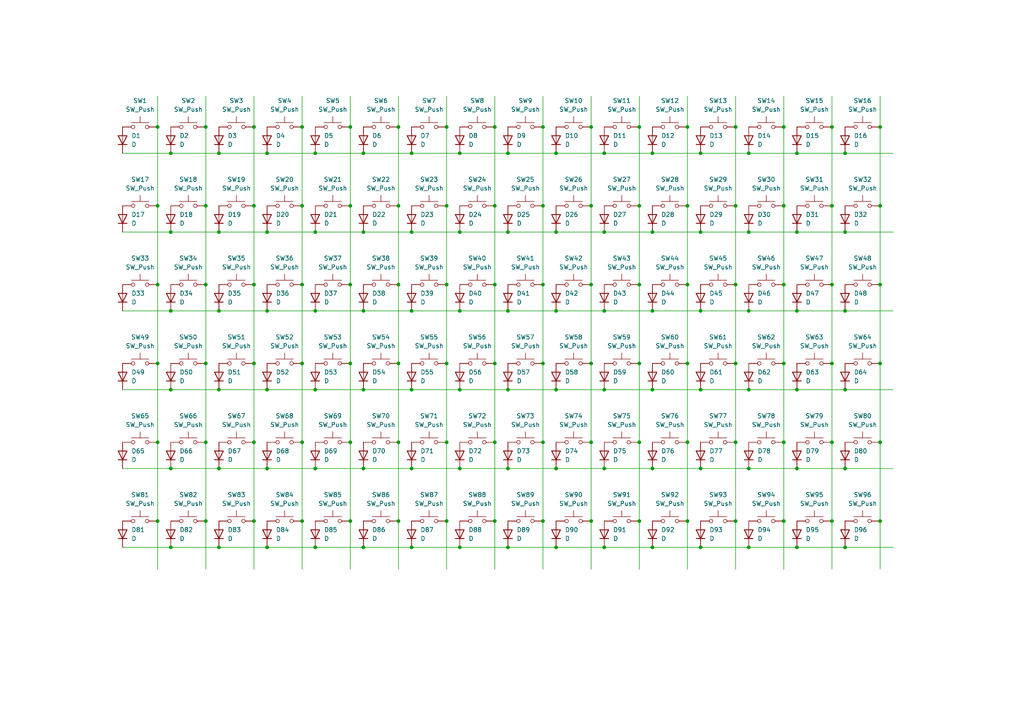
<source format=kicad_sch>
(kicad_sch (version 20231120) (generator "eeschema") (generator_version "8.0")
  (paper "A4")
  (junction (at 143.51 128.27))
  (junction (at 91.44 135.89))
  (junction (at 241.3 59.69))
  (junction (at 147.32 44.45))
  (junction (at 161.29 113.03))
  (junction (at 59.69 151.13))
  (junction (at 161.29 135.89))
  (junction (at 73.66 105.41))
  (junction (at 171.45 128.27))
  (junction (at 199.39 151.13))
  (junction (at 231.14 135.89))
  (junction (at 227.33 36.83))
  (junction (at 217.17 90.17))
  (junction (at 129.54 36.83))
  (junction (at 199.39 36.83))
  (junction (at 59.69 82.55))
  (junction (at 245.11 135.89))
  (junction (at 119.38 44.45))
  (junction (at 101.6 151.13))
  (junction (at 189.23 67.31))
  (junction (at 203.2 135.89))
  (junction (at 73.66 82.55))
  (junction (at 143.51 82.55))
  (junction (at 45.72 82.55))
  (junction (at 91.44 90.17))
  (junction (at 175.26 90.17))
  (junction (at 59.69 36.83))
  (junction (at 49.53 90.17))
  (junction (at 185.42 128.27))
  (junction (at 161.29 158.75))
  (junction (at 189.23 44.45))
  (junction (at 143.51 105.41))
  (junction (at 189.23 90.17))
  (junction (at 105.41 113.03))
  (junction (at 129.54 151.13))
  (junction (at 231.14 158.75))
  (junction (at 217.17 135.89))
  (junction (at 255.27 105.41))
  (junction (at 45.72 36.83))
  (junction (at 241.3 82.55))
  (junction (at 105.41 158.75))
  (junction (at 185.42 151.13))
  (junction (at 185.42 59.69))
  (junction (at 119.38 90.17))
  (junction (at 255.27 59.69))
  (junction (at 227.33 82.55))
  (junction (at 231.14 67.31))
  (junction (at 77.47 158.75))
  (junction (at 115.57 105.41))
  (junction (at 161.29 67.31))
  (junction (at 77.47 135.89))
  (junction (at 143.51 36.83))
  (junction (at 115.57 82.55))
  (junction (at 213.36 59.69))
  (junction (at 133.35 113.03))
  (junction (at 49.53 158.75))
  (junction (at 115.57 128.27))
  (junction (at 133.35 135.89))
  (junction (at 87.63 151.13))
  (junction (at 175.26 158.75))
  (junction (at 119.38 135.89))
  (junction (at 227.33 59.69))
  (junction (at 213.36 105.41))
  (junction (at 157.48 82.55))
  (junction (at 185.42 36.83))
  (junction (at 161.29 44.45))
  (junction (at 189.23 135.89))
  (junction (at 189.23 113.03))
  (junction (at 101.6 128.27))
  (junction (at 171.45 59.69))
  (junction (at 49.53 135.89))
  (junction (at 245.11 113.03))
  (junction (at 63.5 90.17))
  (junction (at 115.57 151.13))
  (junction (at 147.32 158.75))
  (junction (at 77.47 90.17))
  (junction (at 73.66 59.69))
  (junction (at 255.27 36.83))
  (junction (at 63.5 67.31))
  (junction (at 245.11 67.31))
  (junction (at 63.5 158.75))
  (junction (at 203.2 67.31))
  (junction (at 49.53 44.45))
  (junction (at 119.38 158.75))
  (junction (at 105.41 44.45))
  (junction (at 213.36 128.27))
  (junction (at 175.26 135.89))
  (junction (at 87.63 128.27))
  (junction (at 105.41 90.17))
  (junction (at 45.72 59.69))
  (junction (at 203.2 158.75))
  (junction (at 147.32 67.31))
  (junction (at 227.33 151.13))
  (junction (at 45.72 105.41))
  (junction (at 115.57 59.69))
  (junction (at 255.27 128.27))
  (junction (at 77.47 67.31))
  (junction (at 45.72 128.27))
  (junction (at 175.26 113.03))
  (junction (at 91.44 158.75))
  (junction (at 133.35 90.17))
  (junction (at 63.5 135.89))
  (junction (at 241.3 36.83))
  (junction (at 157.48 128.27))
  (junction (at 129.54 105.41))
  (junction (at 217.17 113.03))
  (junction (at 129.54 82.55))
  (junction (at 91.44 44.45))
  (junction (at 49.53 113.03))
  (junction (at 241.3 128.27))
  (junction (at 59.69 128.27))
  (junction (at 203.2 44.45))
  (junction (at 129.54 59.69))
  (junction (at 199.39 82.55))
  (junction (at 227.33 105.41))
  (junction (at 241.3 151.13))
  (junction (at 175.26 44.45))
  (junction (at 63.5 44.45))
  (junction (at 91.44 67.31))
  (junction (at 49.53 67.31))
  (junction (at 101.6 36.83))
  (junction (at 143.51 151.13))
  (junction (at 231.14 90.17))
  (junction (at 241.3 105.41))
  (junction (at 147.32 90.17))
  (junction (at 105.41 67.31))
  (junction (at 143.51 59.69))
  (junction (at 147.32 135.89))
  (junction (at 157.48 151.13))
  (junction (at 105.41 135.89))
  (junction (at 213.36 151.13))
  (junction (at 77.47 113.03))
  (junction (at 217.17 44.45))
  (junction (at 171.45 36.83))
  (junction (at 171.45 82.55))
  (junction (at 189.23 158.75))
  (junction (at 185.42 82.55))
  (junction (at 175.26 67.31))
  (junction (at 203.2 90.17))
  (junction (at 217.17 67.31))
  (junction (at 171.45 105.41))
  (junction (at 87.63 59.69))
  (junction (at 101.6 105.41))
  (junction (at 59.69 59.69))
  (junction (at 59.69 105.41))
  (junction (at 63.5 113.03))
  (junction (at 245.11 90.17))
  (junction (at 185.42 105.41))
  (junction (at 157.48 105.41))
  (junction (at 199.39 105.41))
  (junction (at 255.27 151.13))
  (junction (at 73.66 36.83))
  (junction (at 73.66 128.27))
  (junction (at 227.33 128.27))
  (junction (at 101.6 59.69))
  (junction (at 77.47 44.45))
  (junction (at 133.35 44.45))
  (junction (at 199.39 128.27))
  (junction (at 245.11 44.45))
  (junction (at 45.72 151.13))
  (junction (at 147.32 113.03))
  (junction (at 231.14 113.03))
  (junction (at 213.36 82.55))
  (junction (at 231.14 44.45))
  (junction (at 87.63 105.41))
  (junction (at 217.17 158.75))
  (junction (at 87.63 36.83))
  (junction (at 101.6 82.55))
  (junction (at 199.39 59.69))
  (junction (at 119.38 67.31))
  (junction (at 129.54 128.27))
  (junction (at 171.45 151.13))
  (junction (at 119.38 113.03))
  (junction (at 133.35 158.75))
  (junction (at 133.35 67.31))
  (junction (at 161.29 90.17))
  (junction (at 245.11 158.75))
  (junction (at 203.2 113.03))
  (junction (at 213.36 36.83))
  (junction (at 115.57 36.83))
  (junction (at 91.44 113.03))
  (junction (at 157.48 36.83))
  (junction (at 255.27 82.55))
  (junction (at 73.66 151.13))
  (junction (at 157.48 59.69))
  (junction (at 87.63 82.55))
  (wire (pts (xy 105.41 135.89) (xy 119.38 135.89)))
  (wire (pts (xy 245.11 158.75) (xy 259.08 158.75)))
  (wire (pts (xy 143.51 36.83) (xy 143.51 59.69)))
  (wire (pts (xy 143.51 151.13) (xy 143.51 165.1)))
  (wire (pts (xy 203.2 90.17) (xy 217.17 90.17)))
  (wire (pts (xy 203.2 44.45) (xy 217.17 44.45)))
  (wire (pts (xy 35.56 90.17) (xy 49.53 90.17)))
  (wire (pts (xy 129.54 82.55) (xy 129.54 105.41)))
  (wire (pts (xy 185.42 59.69) (xy 185.42 82.55)))
  (wire (pts (xy 185.42 105.41) (xy 185.42 128.27)))
  (wire (pts (xy 119.38 44.45) (xy 133.35 44.45)))
  (wire (pts (xy 241.3 36.83) (xy 241.3 59.69)))
  (wire (pts (xy 241.3 128.27) (xy 241.3 151.13)))
  (wire (pts (xy 45.72 128.27) (xy 45.72 151.13)))
  (wire (pts (xy 35.56 158.75) (xy 49.53 158.75)))
  (wire (pts (xy 59.69 82.55) (xy 59.69 105.41)))
  (wire (pts (xy 59.69 36.83) (xy 59.69 59.69)))
  (wire (pts (xy 245.11 135.89) (xy 259.08 135.89)))
  (wire (pts (xy 217.17 67.31) (xy 231.14 67.31)))
  (wire (pts (xy 91.44 67.31) (xy 105.41 67.31)))
  (wire (pts (xy 73.66 36.83) (xy 73.66 59.69)))
  (wire (pts (xy 227.33 36.83) (xy 227.33 59.69)))
  (wire (pts (xy 133.35 158.75) (xy 147.32 158.75)))
  (wire (pts (xy 199.39 27.94) (xy 199.39 36.83)))
  (wire (pts (xy 59.69 59.69) (xy 59.69 82.55)))
  (wire (pts (xy 87.63 151.13) (xy 87.63 165.1)))
  (wire (pts (xy 217.17 113.03) (xy 231.14 113.03)))
  (wire (pts (xy 161.29 67.31) (xy 175.26 67.31)))
  (wire (pts (xy 143.51 27.94) (xy 143.51 36.83)))
  (wire (pts (xy 77.47 135.89) (xy 91.44 135.89)))
  (wire (pts (xy 63.5 44.45) (xy 77.47 44.45)))
  (wire (pts (xy 101.6 82.55) (xy 101.6 105.41)))
  (wire (pts (xy 91.44 44.45) (xy 105.41 44.45)))
  (wire (pts (xy 101.6 128.27) (xy 101.6 151.13)))
  (wire (pts (xy 35.56 135.89) (xy 49.53 135.89)))
  (wire (pts (xy 101.6 105.41) (xy 101.6 128.27)))
  (wire (pts (xy 245.11 67.31) (xy 259.08 67.31)))
  (wire (pts (xy 143.51 59.69) (xy 143.51 82.55)))
  (wire (pts (xy 213.36 105.41) (xy 213.36 128.27)))
  (wire (pts (xy 157.48 128.27) (xy 157.48 151.13)))
  (wire (pts (xy 203.2 67.31) (xy 217.17 67.31)))
  (wire (pts (xy 245.11 90.17) (xy 259.08 90.17)))
  (wire (pts (xy 171.45 59.69) (xy 171.45 82.55)))
  (wire (pts (xy 77.47 158.75) (xy 91.44 158.75)))
  (wire (pts (xy 77.47 44.45) (xy 91.44 44.45)))
  (wire (pts (xy 115.57 36.83) (xy 115.57 59.69)))
  (wire (pts (xy 105.41 67.31) (xy 119.38 67.31)))
  (wire (pts (xy 227.33 151.13) (xy 227.33 165.1)))
  (wire (pts (xy 147.32 113.03) (xy 161.29 113.03)))
  (wire (pts (xy 87.63 128.27) (xy 87.63 151.13)))
  (wire (pts (xy 241.3 59.69) (xy 241.3 82.55)))
  (wire (pts (xy 73.66 105.41) (xy 73.66 128.27)))
  (wire (pts (xy 91.44 135.89) (xy 105.41 135.89)))
  (wire (pts (xy 161.29 158.75) (xy 175.26 158.75)))
  (wire (pts (xy 157.48 59.69) (xy 157.48 82.55)))
  (wire (pts (xy 147.32 158.75) (xy 161.29 158.75)))
  (wire (pts (xy 45.72 105.41) (xy 45.72 128.27)))
  (wire (pts (xy 213.36 82.55) (xy 213.36 105.41)))
  (wire (pts (xy 227.33 82.55) (xy 227.33 105.41)))
  (wire (pts (xy 73.66 82.55) (xy 73.66 105.41)))
  (wire (pts (xy 101.6 27.94) (xy 101.6 36.83)))
  (wire (pts (xy 101.6 59.69) (xy 101.6 82.55)))
  (wire (pts (xy 245.11 113.03) (xy 259.08 113.03)))
  (wire (pts (xy 241.3 105.41) (xy 241.3 128.27)))
  (wire (pts (xy 227.33 59.69) (xy 227.33 82.55)))
  (wire (pts (xy 175.26 158.75) (xy 189.23 158.75)))
  (wire (pts (xy 255.27 82.55) (xy 255.27 105.41)))
  (wire (pts (xy 147.32 67.31) (xy 161.29 67.31)))
  (wire (pts (xy 147.32 135.89) (xy 161.29 135.89)))
  (wire (pts (xy 189.23 135.89) (xy 203.2 135.89)))
  (wire (pts (xy 119.38 135.89) (xy 133.35 135.89)))
  (wire (pts (xy 189.23 67.31) (xy 203.2 67.31)))
  (wire (pts (xy 255.27 36.83) (xy 255.27 59.69)))
  (wire (pts (xy 49.53 135.89) (xy 63.5 135.89)))
  (wire (pts (xy 189.23 113.03) (xy 203.2 113.03)))
  (wire (pts (xy 45.72 82.55) (xy 45.72 105.41)))
  (wire (pts (xy 241.3 27.94) (xy 241.3 36.83)))
  (wire (pts (xy 133.35 67.31) (xy 147.32 67.31)))
  (wire (pts (xy 87.63 59.69) (xy 87.63 82.55)))
  (wire (pts (xy 87.63 36.83) (xy 87.63 59.69)))
  (wire (pts (xy 203.2 135.89) (xy 217.17 135.89)))
  (wire (pts (xy 115.57 105.41) (xy 115.57 128.27)))
  (wire (pts (xy 185.42 82.55) (xy 185.42 105.41)))
  (wire (pts (xy 105.41 90.17) (xy 119.38 90.17)))
  (wire (pts (xy 213.36 128.27) (xy 213.36 151.13)))
  (wire (pts (xy 231.14 113.03) (xy 245.11 113.03)))
  (wire (pts (xy 199.39 82.55) (xy 199.39 105.41)))
  (wire (pts (xy 119.38 158.75) (xy 133.35 158.75)))
  (wire (pts (xy 45.72 59.69) (xy 45.72 82.55)))
  (wire (pts (xy 231.14 67.31) (xy 245.11 67.31)))
  (wire (pts (xy 119.38 67.31) (xy 133.35 67.31)))
  (wire (pts (xy 157.48 36.83) (xy 157.48 59.69)))
  (wire (pts (xy 213.36 36.83) (xy 213.36 59.69)))
  (wire (pts (xy 175.26 113.03) (xy 189.23 113.03)))
  (wire (pts (xy 49.53 158.75) (xy 63.5 158.75)))
  (wire (pts (xy 199.39 151.13) (xy 199.39 165.1)))
  (wire (pts (xy 147.32 90.17) (xy 161.29 90.17)))
  (wire (pts (xy 161.29 113.03) (xy 175.26 113.03)))
  (wire (pts (xy 231.14 44.45) (xy 245.11 44.45)))
  (wire (pts (xy 119.38 113.03) (xy 133.35 113.03)))
  (wire (pts (xy 115.57 128.27) (xy 115.57 151.13)))
  (wire (pts (xy 217.17 158.75) (xy 231.14 158.75)))
  (wire (pts (xy 213.36 151.13) (xy 213.36 165.1)))
  (wire (pts (xy 203.2 113.03) (xy 217.17 113.03)))
  (wire (pts (xy 189.23 90.17) (xy 203.2 90.17)))
  (wire (pts (xy 255.27 27.94) (xy 255.27 36.83)))
  (wire (pts (xy 49.53 113.03) (xy 63.5 113.03)))
  (wire (pts (xy 129.54 105.41) (xy 129.54 128.27)))
  (wire (pts (xy 189.23 158.75) (xy 203.2 158.75)))
  (wire (pts (xy 73.66 59.69) (xy 73.66 82.55)))
  (wire (pts (xy 143.51 128.27) (xy 143.51 151.13)))
  (wire (pts (xy 147.32 44.45) (xy 161.29 44.45)))
  (wire (pts (xy 115.57 27.94) (xy 115.57 36.83)))
  (wire (pts (xy 227.33 128.27) (xy 227.33 151.13)))
  (wire (pts (xy 227.33 105.41) (xy 227.33 128.27)))
  (wire (pts (xy 63.5 158.75) (xy 77.47 158.75)))
  (wire (pts (xy 133.35 90.17) (xy 147.32 90.17)))
  (wire (pts (xy 73.66 27.94) (xy 73.66 36.83)))
  (wire (pts (xy 87.63 27.94) (xy 87.63 36.83)))
  (wire (pts (xy 59.69 128.27) (xy 59.69 151.13)))
  (wire (pts (xy 49.53 67.31) (xy 63.5 67.31)))
  (wire (pts (xy 213.36 59.69) (xy 213.36 82.55)))
  (wire (pts (xy 217.17 44.45) (xy 231.14 44.45)))
  (wire (pts (xy 255.27 59.69) (xy 255.27 82.55)))
  (wire (pts (xy 241.3 82.55) (xy 241.3 105.41)))
  (wire (pts (xy 245.11 44.45) (xy 259.08 44.45)))
  (wire (pts (xy 143.51 82.55) (xy 143.51 105.41)))
  (wire (pts (xy 101.6 151.13) (xy 101.6 165.1)))
  (wire (pts (xy 115.57 82.55) (xy 115.57 105.41)))
  (wire (pts (xy 171.45 27.94) (xy 171.45 36.83)))
  (wire (pts (xy 199.39 59.69) (xy 199.39 82.55)))
  (wire (pts (xy 129.54 59.69) (xy 129.54 82.55)))
  (wire (pts (xy 133.35 44.45) (xy 147.32 44.45)))
  (wire (pts (xy 255.27 128.27) (xy 255.27 151.13)))
  (wire (pts (xy 63.5 113.03) (xy 77.47 113.03)))
  (wire (pts (xy 175.26 90.17) (xy 189.23 90.17)))
  (wire (pts (xy 255.27 105.41) (xy 255.27 128.27)))
  (wire (pts (xy 129.54 36.83) (xy 129.54 59.69)))
  (wire (pts (xy 59.69 151.13) (xy 59.69 165.1)))
  (wire (pts (xy 133.35 135.89) (xy 147.32 135.89)))
  (wire (pts (xy 73.66 128.27) (xy 73.66 151.13)))
  (wire (pts (xy 63.5 90.17) (xy 77.47 90.17)))
  (wire (pts (xy 213.36 27.94) (xy 213.36 36.83)))
  (wire (pts (xy 77.47 67.31) (xy 91.44 67.31)))
  (wire (pts (xy 49.53 90.17) (xy 63.5 90.17)))
  (wire (pts (xy 77.47 113.03) (xy 91.44 113.03)))
  (wire (pts (xy 45.72 36.83) (xy 45.72 59.69)))
  (wire (pts (xy 161.29 135.89) (xy 175.26 135.89)))
  (wire (pts (xy 175.26 67.31) (xy 189.23 67.31)))
  (wire (pts (xy 255.27 151.13) (xy 255.27 165.1)))
  (wire (pts (xy 59.69 27.94) (xy 59.69 36.83)))
  (wire (pts (xy 161.29 90.17) (xy 175.26 90.17)))
  (wire (pts (xy 63.5 135.89) (xy 77.47 135.89)))
  (wire (pts (xy 45.72 151.13) (xy 45.72 165.1)))
  (wire (pts (xy 157.48 27.94) (xy 157.48 36.83)))
  (wire (pts (xy 73.66 151.13) (xy 73.66 165.1)))
  (wire (pts (xy 59.69 105.41) (xy 59.69 128.27)))
  (wire (pts (xy 115.57 59.69) (xy 115.57 82.55)))
  (wire (pts (xy 185.42 36.83) (xy 185.42 59.69)))
  (wire (pts (xy 157.48 105.41) (xy 157.48 128.27)))
  (wire (pts (xy 227.33 27.94) (xy 227.33 36.83)))
  (wire (pts (xy 175.26 135.89) (xy 189.23 135.89)))
  (wire (pts (xy 101.6 36.83) (xy 101.6 59.69)))
  (wire (pts (xy 175.26 44.45) (xy 189.23 44.45)))
  (wire (pts (xy 171.45 82.55) (xy 171.45 105.41)))
  (wire (pts (xy 199.39 128.27) (xy 199.39 151.13)))
  (wire (pts (xy 77.47 90.17) (xy 91.44 90.17)))
  (wire (pts (xy 133.35 113.03) (xy 147.32 113.03)))
  (wire (pts (xy 199.39 105.41) (xy 199.39 128.27)))
  (wire (pts (xy 217.17 90.17) (xy 231.14 90.17)))
  (wire (pts (xy 63.5 67.31) (xy 77.47 67.31)))
  (wire (pts (xy 91.44 90.17) (xy 105.41 90.17)))
  (wire (pts (xy 129.54 27.94) (xy 129.54 36.83)))
  (wire (pts (xy 185.42 151.13) (xy 185.42 165.1)))
  (wire (pts (xy 171.45 36.83) (xy 171.45 59.69)))
  (wire (pts (xy 171.45 128.27) (xy 171.45 151.13)))
  (wire (pts (xy 105.41 113.03) (xy 119.38 113.03)))
  (wire (pts (xy 143.51 105.41) (xy 143.51 128.27)))
  (wire (pts (xy 129.54 151.13) (xy 129.54 165.1)))
  (wire (pts (xy 45.72 27.94) (xy 45.72 36.83)))
  (wire (pts (xy 105.41 158.75) (xy 119.38 158.75)))
  (wire (pts (xy 91.44 158.75) (xy 105.41 158.75)))
  (wire (pts (xy 171.45 151.13) (xy 171.45 165.1)))
  (wire (pts (xy 217.17 135.89) (xy 231.14 135.89)))
  (wire (pts (xy 241.3 151.13) (xy 241.3 165.1)))
  (wire (pts (xy 91.44 113.03) (xy 105.41 113.03)))
  (wire (pts (xy 87.63 82.55) (xy 87.63 105.41)))
  (wire (pts (xy 115.57 151.13) (xy 115.57 165.1)))
  (wire (pts (xy 119.38 90.17) (xy 133.35 90.17)))
  (wire (pts (xy 35.56 67.31) (xy 49.53 67.31)))
  (wire (pts (xy 185.42 128.27) (xy 185.42 151.13)))
  (wire (pts (xy 157.48 151.13) (xy 157.48 165.1)))
  (wire (pts (xy 231.14 158.75) (xy 245.11 158.75)))
  (wire (pts (xy 129.54 128.27) (xy 129.54 151.13)))
  (wire (pts (xy 35.56 113.03) (xy 49.53 113.03)))
  (wire (pts (xy 203.2 158.75) (xy 217.17 158.75)))
  (wire (pts (xy 199.39 36.83) (xy 199.39 59.69)))
  (wire (pts (xy 231.14 90.17) (xy 245.11 90.17)))
  (wire (pts (xy 105.41 44.45) (xy 119.38 44.45)))
  (wire (pts (xy 35.56 44.45) (xy 49.53 44.45)))
  (wire (pts (xy 87.63 105.41) (xy 87.63 128.27)))
  (wire (pts (xy 49.53 44.45) (xy 63.5 44.45)))
  (wire (pts (xy 161.29 44.45) (xy 175.26 44.45)))
  (wire (pts (xy 189.23 44.45) (xy 203.2 44.45)))
  (wire (pts (xy 171.45 105.41) (xy 171.45 128.27)))
  (wire (pts (xy 157.48 82.55) (xy 157.48 105.41)))
  (wire (pts (xy 231.14 135.89) (xy 245.11 135.89)))
  (wire (pts (xy 185.42 27.94) (xy 185.42 36.83)))
  (symbol (lib_id "Switch:SW_Push") (at 250.19 36.83 0) (unit 1)
    (property "Reference" "SW16" (at 250.19 29.21 0))
    (property "Value" "SW_Push" (at 250.19 31.75 0))
    (property "Description" "Push button switch, generic, two pins" (effects (hide yes)))
  )
  (symbol (lib_id "Switch:SW_Push") (at 54.61 128.27 0) (unit 1)
    (property "Reference" "SW66" (at 54.61 120.65 0))
    (property "Value" "SW_Push" (at 54.61 123.19 0))
    (property "Description" "Push button switch, generic, two pins" (effects (hide yes)))
  )
  (symbol (lib_id "Switch:SW_Push") (at 124.46 105.41 0) (unit 1)
    (property "Reference" "SW55" (at 124.46 97.79 0))
    (property "Value" "SW_Push" (at 124.46 100.33 0))
    (property "Description" "Push button switch, generic, two pins" (effects (hide yes)))
  )
  (symbol (lib_id "Switch:SW_Push") (at 222.25 59.69 0) (unit 1)
    (property "Reference" "SW30" (at 222.25 52.07 0))
    (property "Value" "SW_Push" (at 222.25 54.61 0))
    (property "Description" "Push button switch, generic, two pins" (effects (hide yes)))
  )
  (symbol (lib_id "Switch:SW_Push") (at 250.19 82.55 0) (unit 1)
    (property "Reference" "SW48" (at 250.19 74.93 0))
    (property "Value" "SW_Push" (at 250.19 77.47 0))
    (property "Description" "Push button switch, generic, two pins" (effects (hide yes)))
  )
  (symbol (lib_id "Switch:SW_Push") (at 152.4 151.13 0) (unit 1)
    (property "Reference" "SW89" (at 152.4 143.51 0))
    (property "Value" "SW_Push" (at 152.4 146.05 0))
    (property "Description" "Push button switch, generic, two pins" (effects (hide yes)))
  )
  (symbol (lib_id "Device:D") (at 49.53 86.36 90) (unit 1)
    (property "Reference" "D34" (at 52.07 85.0899 90) (effects (justify right)))
    (property "Value" "D" (at 52.07 87.6299 90) (effects (justify right)))
    (property "Description" "Diode" (effects (hide yes)))
    (property "Sim.Device" "D" (effects (hide yes)))
    (property "Sim.Pins" "1=K 2=A" (effects (hide yes)))
  )
  (symbol (lib_id "Device:D") (at 35.56 132.08 90) (unit 1)
    (property "Reference" "D65" (at 38.1 130.8099 90) (effects (justify right)))
    (property "Value" "D" (at 38.1 133.3499 90) (effects (justify right)))
    (property "Description" "Diode" (effects (hide yes)))
    (property "Sim.Device" "D" (effects (hide yes)))
    (property "Sim.Pins" "1=K 2=A" (effects (hide yes)))
  )
  (symbol (lib_id "Switch:SW_Push") (at 236.22 105.41 0) (unit 1)
    (property "Reference" "SW63" (at 236.22 97.79 0))
    (property "Value" "SW_Push" (at 236.22 100.33 0))
    (property "Description" "Push button switch, generic, two pins" (effects (hide yes)))
  )
  (symbol (lib_id "Device:D") (at 175.26 132.08 90) (unit 1)
    (property "Reference" "D75" (at 177.8 130.8099 90) (effects (justify right)))
    (property "Value" "D" (at 177.8 133.3499 90) (effects (justify right)))
    (property "Description" "Diode" (effects (hide yes)))
    (property "Sim.Device" "D" (effects (hide yes)))
    (property "Sim.Pins" "1=K 2=A" (effects (hide yes)))
  )
  (symbol (lib_id "Device:D") (at 161.29 40.64 90) (unit 1)
    (property "Reference" "D10" (at 163.83 39.3699 90) (effects (justify right)))
    (property "Value" "D" (at 163.83 41.9099 90) (effects (justify right)))
    (property "Description" "Diode" (effects (hide yes)))
    (property "Sim.Device" "D" (effects (hide yes)))
    (property "Sim.Pins" "1=K 2=A" (effects (hide yes)))
  )
  (symbol (lib_id "Switch:SW_Push") (at 236.22 151.13 0) (unit 1)
    (property "Reference" "SW95" (at 236.22 143.51 0))
    (property "Value" "SW_Push" (at 236.22 146.05 0))
    (property "Description" "Push button switch, generic, two pins" (effects (hide yes)))
  )
  (symbol (lib_id "Device:D") (at 175.26 154.94 90) (unit 1)
    (property "Reference" "D91" (at 177.8 153.6699 90) (effects (justify right)))
    (property "Value" "D" (at 177.8 156.2099 90) (effects (justify right)))
    (property "Description" "Diode" (effects (hide yes)))
    (property "Sim.Device" "D" (effects (hide yes)))
    (property "Sim.Pins" "1=K 2=A" (effects (hide yes)))
  )
  (symbol (lib_id "Device:D") (at 35.56 63.5 90) (unit 1)
    (property "Reference" "D17" (at 38.1 62.2299 90) (effects (justify right)))
    (property "Value" "D" (at 38.1 64.7699 90) (effects (justify right)))
    (property "Description" "Diode" (effects (hide yes)))
    (property "Sim.Device" "D" (effects (hide yes)))
    (property "Sim.Pins" "1=K 2=A" (effects (hide yes)))
  )
  (symbol (lib_id "Switch:SW_Push") (at 124.46 59.69 0) (unit 1)
    (property "Reference" "SW23" (at 124.46 52.07 0))
    (property "Value" "SW_Push" (at 124.46 54.61 0))
    (property "Description" "Push button switch, generic, two pins" (effects (hide yes)))
  )
  (symbol (lib_id "Switch:SW_Push") (at 68.58 82.55 0) (unit 1)
    (property "Reference" "SW35" (at 68.58 74.93 0))
    (property "Value" "SW_Push" (at 68.58 77.47 0))
    (property "Description" "Push button switch, generic, two pins" (effects (hide yes)))
  )
  (symbol (lib_id "Device:D") (at 203.2 40.64 90) (unit 1)
    (property "Reference" "D13" (at 205.74 39.3699 90) (effects (justify right)))
    (property "Value" "D" (at 205.74 41.9099 90) (effects (justify right)))
    (property "Description" "Diode" (effects (hide yes)))
    (property "Sim.Device" "D" (effects (hide yes)))
    (property "Sim.Pins" "1=K 2=A" (effects (hide yes)))
  )
  (symbol (lib_id "Device:D") (at 63.5 86.36 90) (unit 1)
    (property "Reference" "D35" (at 66.04 85.0899 90) (effects (justify right)))
    (property "Value" "D" (at 66.04 87.6299 90) (effects (justify right)))
    (property "Description" "Diode" (effects (hide yes)))
    (property "Sim.Device" "D" (effects (hide yes)))
    (property "Sim.Pins" "1=K 2=A" (effects (hide yes)))
  )
  (symbol (lib_id "Device:D") (at 231.14 109.22 90) (unit 1)
    (property "Reference" "D63" (at 233.68 107.9499 90) (effects (justify right)))
    (property "Value" "D" (at 233.68 110.4899 90) (effects (justify right)))
    (property "Description" "Diode" (effects (hide yes)))
    (property "Sim.Device" "D" (effects (hide yes)))
    (property "Sim.Pins" "1=K 2=A" (effects (hide yes)))
  )
  (symbol (lib_id "Device:D") (at 133.35 40.64 90) (unit 1)
    (property "Reference" "D8" (at 135.89 39.3699 90) (effects (justify right)))
    (property "Value" "D" (at 135.89 41.9099 90) (effects (justify right)))
    (property "Description" "Diode" (effects (hide yes)))
    (property "Sim.Device" "D" (effects (hide yes)))
    (property "Sim.Pins" "1=K 2=A" (effects (hide yes)))
  )
  (symbol (lib_id "Device:D") (at 175.26 40.64 90) (unit 1)
    (property "Reference" "D11" (at 177.8 39.3699 90) (effects (justify right)))
    (property "Value" "D" (at 177.8 41.9099 90) (effects (justify right)))
    (property "Description" "Diode" (effects (hide yes)))
    (property "Sim.Device" "D" (effects (hide yes)))
    (property "Sim.Pins" "1=K 2=A" (effects (hide yes)))
  )
  (symbol (lib_id "Device:D") (at 119.38 132.08 90) (unit 1)
    (property "Reference" "D71" (at 121.92 130.8099 90) (effects (justify right)))
    (property "Value" "D" (at 121.92 133.3499 90) (effects (justify right)))
    (property "Description" "Diode" (effects (hide yes)))
    (property "Sim.Device" "D" (effects (hide yes)))
    (property "Sim.Pins" "1=K 2=A" (effects (hide yes)))
  )
  (symbol (lib_id "Switch:SW_Push") (at 124.46 151.13 0) (unit 1)
    (property "Reference" "SW87" (at 124.46 143.51 0))
    (property "Value" "SW_Push" (at 124.46 146.05 0))
    (property "Description" "Push button switch, generic, two pins" (effects (hide yes)))
  )
  (symbol (lib_id "Switch:SW_Push") (at 222.25 128.27 0) (unit 1)
    (property "Reference" "SW78" (at 222.25 120.65 0))
    (property "Value" "SW_Push" (at 222.25 123.19 0))
    (property "Description" "Push button switch, generic, two pins" (effects (hide yes)))
  )
  (symbol (lib_id "Device:D") (at 77.47 132.08 90) (unit 1)
    (property "Reference" "D68" (at 80.01 130.8099 90) (effects (justify right)))
    (property "Value" "D" (at 80.01 133.3499 90) (effects (justify right)))
    (property "Description" "Diode" (effects (hide yes)))
    (property "Sim.Device" "D" (effects (hide yes)))
    (property "Sim.Pins" "1=K 2=A" (effects (hide yes)))
  )
  (symbol (lib_id "Device:D") (at 119.38 63.5 90) (unit 1)
    (property "Reference" "D23" (at 121.92 62.2299 90) (effects (justify right)))
    (property "Value" "D" (at 121.92 64.7699 90) (effects (justify right)))
    (property "Description" "Diode" (effects (hide yes)))
    (property "Sim.Device" "D" (effects (hide yes)))
    (property "Sim.Pins" "1=K 2=A" (effects (hide yes)))
  )
  (symbol (lib_id "Device:D") (at 245.11 40.64 90) (unit 1)
    (property "Reference" "D16" (at 247.65 39.3699 90) (effects (justify right)))
    (property "Value" "D" (at 247.65 41.9099 90) (effects (justify right)))
    (property "Description" "Diode" (effects (hide yes)))
    (property "Sim.Device" "D" (effects (hide yes)))
    (property "Sim.Pins" "1=K 2=A" (effects (hide yes)))
  )
  (symbol (lib_id "Device:D") (at 147.32 154.94 90) (unit 1)
    (property "Reference" "D89" (at 149.86 153.6699 90) (effects (justify right)))
    (property "Value" "D" (at 149.86 156.2099 90) (effects (justify right)))
    (property "Description" "Diode" (effects (hide yes)))
    (property "Sim.Device" "D" (effects (hide yes)))
    (property "Sim.Pins" "1=K 2=A" (effects (hide yes)))
  )
  (symbol (lib_id "Switch:SW_Push") (at 180.34 82.55 0) (unit 1)
    (property "Reference" "SW43" (at 180.34 74.93 0))
    (property "Value" "SW_Push" (at 180.34 77.47 0))
    (property "Description" "Push button switch, generic, two pins" (effects (hide yes)))
  )
  (symbol (lib_id "Switch:SW_Push") (at 124.46 128.27 0) (unit 1)
    (property "Reference" "SW71" (at 124.46 120.65 0))
    (property "Value" "SW_Push" (at 124.46 123.19 0))
    (property "Description" "Push button switch, generic, two pins" (effects (hide yes)))
  )
  (symbol (lib_id "Device:D") (at 105.41 154.94 90) (unit 1)
    (property "Reference" "D86" (at 107.95 153.6699 90) (effects (justify right)))
    (property "Value" "D" (at 107.95 156.2099 90) (effects (justify right)))
    (property "Description" "Diode" (effects (hide yes)))
    (property "Sim.Device" "D" (effects (hide yes)))
    (property "Sim.Pins" "1=K 2=A" (effects (hide yes)))
  )
  (symbol (lib_id "Device:D") (at 91.44 63.5 90) (unit 1)
    (property "Reference" "D21" (at 93.98 62.2299 90) (effects (justify right)))
    (property "Value" "D" (at 93.98 64.7699 90) (effects (justify right)))
    (property "Description" "Diode" (effects (hide yes)))
    (property "Sim.Device" "D" (effects (hide yes)))
    (property "Sim.Pins" "1=K 2=A" (effects (hide yes)))
  )
  (symbol (lib_id "Device:D") (at 133.35 109.22 90) (unit 1)
    (property "Reference" "D56" (at 135.89 107.9499 90) (effects (justify right)))
    (property "Value" "D" (at 135.89 110.4899 90) (effects (justify right)))
    (property "Description" "Diode" (effects (hide yes)))
    (property "Sim.Device" "D" (effects (hide yes)))
    (property "Sim.Pins" "1=K 2=A" (effects (hide yes)))
  )
  (symbol (lib_id "Switch:SW_Push") (at 236.22 82.55 0) (unit 1)
    (property "Reference" "SW47" (at 236.22 74.93 0))
    (property "Value" "SW_Push" (at 236.22 77.47 0))
    (property "Description" "Push button switch, generic, two pins" (effects (hide yes)))
  )
  (symbol (lib_id "Device:D") (at 49.53 109.22 90) (unit 1)
    (property "Reference" "D50" (at 52.07 107.9499 90) (effects (justify right)))
    (property "Value" "D" (at 52.07 110.4899 90) (effects (justify right)))
    (property "Description" "Diode" (effects (hide yes)))
    (property "Sim.Device" "D" (effects (hide yes)))
    (property "Sim.Pins" "1=K 2=A" (effects (hide yes)))
  )
  (symbol (lib_id "Switch:SW_Push") (at 110.49 36.83 0) (unit 1)
    (property "Reference" "SW6" (at 110.49 29.21 0))
    (property "Value" "SW_Push" (at 110.49 31.75 0))
    (property "Description" "Push button switch, generic, two pins" (effects (hide yes)))
  )
  (symbol (lib_id "Device:D") (at 189.23 40.64 90) (unit 1)
    (property "Reference" "D12" (at 191.77 39.3699 90) (effects (justify right)))
    (property "Value" "D" (at 191.77 41.9099 90) (effects (justify right)))
    (property "Description" "Diode" (effects (hide yes)))
    (property "Sim.Device" "D" (effects (hide yes)))
    (property "Sim.Pins" "1=K 2=A" (effects (hide yes)))
  )
  (symbol (lib_id "Switch:SW_Push") (at 54.61 36.83 0) (unit 1)
    (property "Reference" "SW2" (at 54.61 29.21 0))
    (property "Value" "SW_Push" (at 54.61 31.75 0))
    (property "Description" "Push button switch, generic, two pins" (effects (hide yes)))
  )
  (symbol (lib_id "Device:D") (at 49.53 154.94 90) (unit 1)
    (property "Reference" "D82" (at 52.07 153.6699 90) (effects (justify right)))
    (property "Value" "D" (at 52.07 156.2099 90) (effects (justify right)))
    (property "Description" "Diode" (effects (hide yes)))
    (property "Sim.Device" "D" (effects (hide yes)))
    (property "Sim.Pins" "1=K 2=A" (effects (hide yes)))
  )
  (symbol (lib_id "Device:D") (at 217.17 63.5 90) (unit 1)
    (property "Reference" "D30" (at 219.71 62.2299 90) (effects (justify right)))
    (property "Value" "D" (at 219.71 64.7699 90) (effects (justify right)))
    (property "Description" "Diode" (effects (hide yes)))
    (property "Sim.Device" "D" (effects (hide yes)))
    (property "Sim.Pins" "1=K 2=A" (effects (hide yes)))
  )
  (symbol (lib_id "Switch:SW_Push") (at 194.31 151.13 0) (unit 1)
    (property "Reference" "SW92" (at 194.31 143.51 0))
    (property "Value" "SW_Push" (at 194.31 146.05 0))
    (property "Description" "Push button switch, generic, two pins" (effects (hide yes)))
  )
  (symbol (lib_id "Device:D") (at 217.17 40.64 90) (unit 1)
    (property "Reference" "D14" (at 219.71 39.3699 90) (effects (justify right)))
    (property "Value" "D" (at 219.71 41.9099 90) (effects (justify right)))
    (property "Description" "Diode" (effects (hide yes)))
    (property "Sim.Device" "D" (effects (hide yes)))
    (property "Sim.Pins" "1=K 2=A" (effects (hide yes)))
  )
  (symbol (lib_id "Switch:SW_Push") (at 166.37 151.13 0) (unit 1)
    (property "Reference" "SW90" (at 166.37 143.51 0))
    (property "Value" "SW_Push" (at 166.37 146.05 0))
    (property "Description" "Push button switch, generic, two pins" (effects (hide yes)))
  )
  (symbol (lib_id "Device:D") (at 175.26 63.5 90) (unit 1)
    (property "Reference" "D27" (at 177.8 62.2299 90) (effects (justify right)))
    (property "Value" "D" (at 177.8 64.7699 90) (effects (justify right)))
    (property "Description" "Diode" (effects (hide yes)))
    (property "Sim.Device" "D" (effects (hide yes)))
    (property "Sim.Pins" "1=K 2=A" (effects (hide yes)))
  )
  (symbol (lib_id "Switch:SW_Push") (at 96.52 151.13 0) (unit 1)
    (property "Reference" "SW85" (at 96.52 143.51 0))
    (property "Value" "SW_Push" (at 96.52 146.05 0))
    (property "Description" "Push button switch, generic, two pins" (effects (hide yes)))
  )
  (symbol (lib_id "Switch:SW_Push") (at 194.31 36.83 0) (unit 1)
    (property "Reference" "SW12" (at 194.31 29.21 0))
    (property "Value" "SW_Push" (at 194.31 31.75 0))
    (property "Description" "Push button switch, generic, two pins" (effects (hide yes)))
  )
  (symbol (lib_id "Switch:SW_Push") (at 138.43 128.27 0) (unit 1)
    (property "Reference" "SW72" (at 138.43 120.65 0))
    (property "Value" "SW_Push" (at 138.43 123.19 0))
    (property "Description" "Push button switch, generic, two pins" (effects (hide yes)))
  )
  (symbol (lib_id "Switch:SW_Push") (at 180.34 128.27 0) (unit 1)
    (property "Reference" "SW75" (at 180.34 120.65 0))
    (property "Value" "SW_Push" (at 180.34 123.19 0))
    (property "Description" "Push button switch, generic, two pins" (effects (hide yes)))
  )
  (symbol (lib_id "Device:D") (at 147.32 40.64 90) (unit 1)
    (property "Reference" "D9" (at 149.86 39.3699 90) (effects (justify right)))
    (property "Value" "D" (at 149.86 41.9099 90) (effects (justify right)))
    (property "Description" "Diode" (effects (hide yes)))
    (property "Sim.Device" "D" (effects (hide yes)))
    (property "Sim.Pins" "1=K 2=A" (effects (hide yes)))
  )
  (symbol (lib_id "Switch:SW_Push") (at 68.58 151.13 0) (unit 1)
    (property "Reference" "SW83" (at 68.58 143.51 0))
    (property "Value" "SW_Push" (at 68.58 146.05 0))
    (property "Description" "Push button switch, generic, two pins" (effects (hide yes)))
  )
  (symbol (lib_id "Switch:SW_Push") (at 40.64 105.41 0) (unit 1)
    (property "Reference" "SW49" (at 40.64 97.79 0))
    (property "Value" "SW_Push" (at 40.64 100.33 0))
    (property "Description" "Push button switch, generic, two pins" (effects (hide yes)))
  )
  (symbol (lib_id "Device:D") (at 245.11 132.08 90) (unit 1)
    (property "Reference" "D80" (at 247.65 130.8099 90) (effects (justify right)))
    (property "Value" "D" (at 247.65 133.3499 90) (effects (justify right)))
    (property "Description" "Diode" (effects (hide yes)))
    (property "Sim.Device" "D" (effects (hide yes)))
    (property "Sim.Pins" "1=K 2=A" (effects (hide yes)))
  )
  (symbol (lib_id "Device:D") (at 105.41 132.08 90) (unit 1)
    (property "Reference" "D70" (at 107.95 130.8099 90) (effects (justify right)))
    (property "Value" "D" (at 107.95 133.3499 90) (effects (justify right)))
    (property "Description" "Diode" (effects (hide yes)))
    (property "Sim.Device" "D" (effects (hide yes)))
    (property "Sim.Pins" "1=K 2=A" (effects (hide yes)))
  )
  (symbol (lib_id "Device:D") (at 161.29 109.22 90) (unit 1)
    (property "Reference" "D58" (at 163.83 107.9499 90) (effects (justify right)))
    (property "Value" "D" (at 163.83 110.4899 90) (effects (justify right)))
    (property "Description" "Diode" (effects (hide yes)))
    (property "Sim.Device" "D" (effects (hide yes)))
    (property "Sim.Pins" "1=K 2=A" (effects (hide yes)))
  )
  (symbol (lib_id "Device:D") (at 133.35 132.08 90) (unit 1)
    (property "Reference" "D72" (at 135.89 130.8099 90) (effects (justify right)))
    (property "Value" "D" (at 135.89 133.3499 90) (effects (justify right)))
    (property "Description" "Diode" (effects (hide yes)))
    (property "Sim.Device" "D" (effects (hide yes)))
    (property "Sim.Pins" "1=K 2=A" (effects (hide yes)))
  )
  (symbol (lib_id "Switch:SW_Push") (at 222.25 151.13 0) (unit 1)
    (property "Reference" "SW94" (at 222.25 143.51 0))
    (property "Value" "SW_Push" (at 222.25 146.05 0))
    (property "Description" "Push button switch, generic, two pins" (effects (hide yes)))
  )
  (symbol (lib_id "Device:D") (at 175.26 109.22 90) (unit 1)
    (property "Reference" "D59" (at 177.8 107.9499 90) (effects (justify right)))
    (property "Value" "D" (at 177.8 110.4899 90) (effects (justify right)))
    (property "Description" "Diode" (effects (hide yes)))
    (property "Sim.Device" "D" (effects (hide yes)))
    (property "Sim.Pins" "1=K 2=A" (effects (hide yes)))
  )
  (symbol (lib_id "Switch:SW_Push") (at 82.55 151.13 0) (unit 1)
    (property "Reference" "SW84" (at 82.55 143.51 0))
    (property "Value" "SW_Push" (at 82.55 146.05 0))
    (property "Description" "Push button switch, generic, two pins" (effects (hide yes)))
  )
  (symbol (lib_id "Switch:SW_Push") (at 250.19 105.41 0) (unit 1)
    (property "Reference" "SW64" (at 250.19 97.79 0))
    (property "Value" "SW_Push" (at 250.19 100.33 0))
    (property "Description" "Push button switch, generic, two pins" (effects (hide yes)))
  )
  (symbol (lib_id "Switch:SW_Push") (at 166.37 36.83 0) (unit 1)
    (property "Reference" "SW10" (at 166.37 29.21 0))
    (property "Value" "SW_Push" (at 166.37 31.75 0))
    (property "Description" "Push button switch, generic, two pins" (effects (hide yes)))
  )
  (symbol (lib_id "Switch:SW_Push") (at 68.58 59.69 0) (unit 1)
    (property "Reference" "SW19" (at 68.58 52.07 0))
    (property "Value" "SW_Push" (at 68.58 54.61 0))
    (property "Description" "Push button switch, generic, two pins" (effects (hide yes)))
  )
  (symbol (lib_id "Device:D") (at 63.5 40.64 90) (unit 1)
    (property "Reference" "D3" (at 66.04 39.3699 90) (effects (justify right)))
    (property "Value" "D" (at 66.04 41.9099 90) (effects (justify right)))
    (property "Description" "Diode" (effects (hide yes)))
    (property "Sim.Device" "D" (effects (hide yes)))
    (property "Sim.Pins" "1=K 2=A" (effects (hide yes)))
  )
  (symbol (lib_id "Device:D") (at 217.17 154.94 90) (unit 1)
    (property "Reference" "D94" (at 219.71 153.6699 90) (effects (justify right)))
    (property "Value" "D" (at 219.71 156.2099 90) (effects (justify right)))
    (property "Description" "Diode" (effects (hide yes)))
    (property "Sim.Device" "D" (effects (hide yes)))
    (property "Sim.Pins" "1=K 2=A" (effects (hide yes)))
  )
  (symbol (lib_id "Device:D") (at 91.44 109.22 90) (unit 1)
    (property "Reference" "D53" (at 93.98 107.9499 90) (effects (justify right)))
    (property "Value" "D" (at 93.98 110.4899 90) (effects (justify right)))
    (property "Description" "Diode" (effects (hide yes)))
    (property "Sim.Device" "D" (effects (hide yes)))
    (property "Sim.Pins" "1=K 2=A" (effects (hide yes)))
  )
  (symbol (lib_id "Device:D") (at 77.47 40.64 90) (unit 1)
    (property "Reference" "D4" (at 80.01 39.3699 90) (effects (justify right)))
    (property "Value" "D" (at 80.01 41.9099 90) (effects (justify right)))
    (property "Description" "Diode" (effects (hide yes)))
    (property "Sim.Device" "D" (effects (hide yes)))
    (property "Sim.Pins" "1=K 2=A" (effects (hide yes)))
  )
  (symbol (lib_id "Switch:SW_Push") (at 194.31 59.69 0) (unit 1)
    (property "Reference" "SW28" (at 194.31 52.07 0))
    (property "Value" "SW_Push" (at 194.31 54.61 0))
    (property "Description" "Push button switch, generic, two pins" (effects (hide yes)))
  )
  (symbol (lib_id "Device:D") (at 231.14 63.5 90) (unit 1)
    (property "Reference" "D31" (at 233.68 62.2299 90) (effects (justify right)))
    (property "Value" "D" (at 233.68 64.7699 90) (effects (justify right)))
    (property "Description" "Diode" (effects (hide yes)))
    (property "Sim.Device" "D" (effects (hide yes)))
    (property "Sim.Pins" "1=K 2=A" (effects (hide yes)))
  )
  (symbol (lib_id "Switch:SW_Push") (at 54.61 151.13 0) (unit 1)
    (property "Reference" "SW82" (at 54.61 143.51 0))
    (property "Value" "SW_Push" (at 54.61 146.05 0))
    (property "Description" "Push button switch, generic, two pins" (effects (hide yes)))
  )
  (symbol (lib_id "Device:D") (at 63.5 63.5 90) (unit 1)
    (property "Reference" "D19" (at 66.04 62.2299 90) (effects (justify right)))
    (property "Value" "D" (at 66.04 64.7699 90) (effects (justify right)))
    (property "Description" "Diode" (effects (hide yes)))
    (property "Sim.Device" "D" (effects (hide yes)))
    (property "Sim.Pins" "1=K 2=A" (effects (hide yes)))
  )
  (symbol (lib_id "Switch:SW_Push") (at 82.55 105.41 0) (unit 1)
    (property "Reference" "SW52" (at 82.55 97.79 0))
    (property "Value" "SW_Push" (at 82.55 100.33 0))
    (property "Description" "Push button switch, generic, two pins" (effects (hide yes)))
  )
  (symbol (lib_id "Switch:SW_Push") (at 110.49 151.13 0) (unit 1)
    (property "Reference" "SW86" (at 110.49 143.51 0))
    (property "Value" "SW_Push" (at 110.49 146.05 0))
    (property "Description" "Push button switch, generic, two pins" (effects (hide yes)))
  )
  (symbol (lib_id "Device:D") (at 63.5 109.22 90) (unit 1)
    (property "Reference" "D51" (at 66.04 107.9499 90) (effects (justify right)))
    (property "Value" "D" (at 66.04 110.4899 90) (effects (justify right)))
    (property "Description" "Diode" (effects (hide yes)))
    (property "Sim.Device" "D" (effects (hide yes)))
    (property "Sim.Pins" "1=K 2=A" (effects (hide yes)))
  )
  (symbol (lib_id "Device:D") (at 231.14 40.64 90) (unit 1)
    (property "Reference" "D15" (at 233.68 39.3699 90) (effects (justify right)))
    (property "Value" "D" (at 233.68 41.9099 90) (effects (justify right)))
    (property "Description" "Diode" (effects (hide yes)))
    (property "Sim.Device" "D" (effects (hide yes)))
    (property "Sim.Pins" "1=K 2=A" (effects (hide yes)))
  )
  (symbol (lib_id "Device:D") (at 91.44 40.64 90) (unit 1)
    (property "Reference" "D5" (at 93.98 39.3699 90) (effects (justify right)))
    (property "Value" "D" (at 93.98 41.9099 90) (effects (justify right)))
    (property "Description" "Diode" (effects (hide yes)))
    (property "Sim.Device" "D" (effects (hide yes)))
    (property "Sim.Pins" "1=K 2=A" (effects (hide yes)))
  )
  (symbol (lib_id "Switch:SW_Push") (at 138.43 151.13 0) (unit 1)
    (property "Reference" "SW88" (at 138.43 143.51 0))
    (property "Value" "SW_Push" (at 138.43 146.05 0))
    (property "Description" "Push button switch, generic, two pins" (effects (hide yes)))
  )
  (symbol (lib_id "Switch:SW_Push") (at 110.49 128.27 0) (unit 1)
    (property "Reference" "SW70" (at 110.49 120.65 0))
    (property "Value" "SW_Push" (at 110.49 123.19 0))
    (property "Description" "Push button switch, generic, two pins" (effects (hide yes)))
  )
  (symbol (lib_id "Switch:SW_Push") (at 194.31 128.27 0) (unit 1)
    (property "Reference" "SW76" (at 194.31 120.65 0))
    (property "Value" "SW_Push" (at 194.31 123.19 0))
    (property "Description" "Push button switch, generic, two pins" (effects (hide yes)))
  )
  (symbol (lib_id "Device:D") (at 77.47 154.94 90) (unit 1)
    (property "Reference" "D84" (at 80.01 153.6699 90) (effects (justify right)))
    (property "Value" "D" (at 80.01 156.2099 90) (effects (justify right)))
    (property "Description" "Diode" (effects (hide yes)))
    (property "Sim.Device" "D" (effects (hide yes)))
    (property "Sim.Pins" "1=K 2=A" (effects (hide yes)))
  )
  (symbol (lib_id "Device:D") (at 189.23 86.36 90) (unit 1)
    (property "Reference" "D44" (at 191.77 85.0899 90) (effects (justify right)))
    (property "Value" "D" (at 191.77 87.6299 90) (effects (justify right)))
    (property "Description" "Diode" (effects (hide yes)))
    (property "Sim.Device" "D" (effects (hide yes)))
    (property "Sim.Pins" "1=K 2=A" (effects (hide yes)))
  )
  (symbol (lib_id "Device:D") (at 231.14 86.36 90) (unit 1)
    (property "Reference" "D47" (at 233.68 85.0899 90) (effects (justify right)))
    (property "Value" "D" (at 233.68 87.6299 90) (effects (justify right)))
    (property "Description" "Diode" (effects (hide yes)))
    (property "Sim.Device" "D" (effects (hide yes)))
    (property "Sim.Pins" "1=K 2=A" (effects (hide yes)))
  )
  (symbol (lib_id "Device:D") (at 91.44 132.08 90) (unit 1)
    (property "Reference" "D69" (at 93.98 130.8099 90) (effects (justify right)))
    (property "Value" "D" (at 93.98 133.3499 90) (effects (justify right)))
    (property "Description" "Diode" (effects (hide yes)))
    (property "Sim.Device" "D" (effects (hide yes)))
    (property "Sim.Pins" "1=K 2=A" (effects (hide yes)))
  )
  (symbol (lib_id "Device:D") (at 63.5 154.94 90) (unit 1)
    (property "Reference" "D83" (at 66.04 153.6699 90) (effects (justify right)))
    (property "Value" "D" (at 66.04 156.2099 90) (effects (justify right)))
    (property "Description" "Diode" (effects (hide yes)))
    (property "Sim.Device" "D" (effects (hide yes)))
    (property "Sim.Pins" "1=K 2=A" (effects (hide yes)))
  )
  (symbol (lib_id "Switch:SW_Push") (at 124.46 82.55 0) (unit 1)
    (property "Reference" "SW39" (at 124.46 74.93 0))
    (property "Value" "SW_Push" (at 124.46 77.47 0))
    (property "Description" "Push button switch, generic, two pins" (effects (hide yes)))
  )
  (symbol (lib_id "Switch:SW_Push") (at 54.61 82.55 0) (unit 1)
    (property "Reference" "SW34" (at 54.61 74.93 0))
    (property "Value" "SW_Push" (at 54.61 77.47 0))
    (property "Description" "Push button switch, generic, two pins" (effects (hide yes)))
  )
  (symbol (lib_id "Device:D") (at 245.11 63.5 90) (unit 1)
    (property "Reference" "D32" (at 247.65 62.2299 90) (effects (justify right)))
    (property "Value" "D" (at 247.65 64.7699 90) (effects (justify right)))
    (property "Description" "Diode" (effects (hide yes)))
    (property "Sim.Device" "D" (effects (hide yes)))
    (property "Sim.Pins" "1=K 2=A" (effects (hide yes)))
  )
  (symbol (lib_id "Device:D") (at 245.11 154.94 90) (unit 1)
    (property "Reference" "D96" (at 247.65 153.6699 90) (effects (justify right)))
    (property "Value" "D" (at 247.65 156.2099 90) (effects (justify right)))
    (property "Description" "Diode" (effects (hide yes)))
    (property "Sim.Device" "D" (effects (hide yes)))
    (property "Sim.Pins" "1=K 2=A" (effects (hide yes)))
  )
  (symbol (lib_id "Switch:SW_Push") (at 236.22 36.83 0) (unit 1)
    (property "Reference" "SW15" (at 236.22 29.21 0))
    (property "Value" "SW_Push" (at 236.22 31.75 0))
    (property "Description" "Push button switch, generic, two pins" (effects (hide yes)))
  )
  (symbol (lib_id "Switch:SW_Push") (at 166.37 128.27 0) (unit 1)
    (property "Reference" "SW74" (at 166.37 120.65 0))
    (property "Value" "SW_Push" (at 166.37 123.19 0))
    (property "Description" "Push button switch, generic, two pins" (effects (hide yes)))
  )
  (symbol (lib_id "Device:D") (at 245.11 109.22 90) (unit 1)
    (property "Reference" "D64" (at 247.65 107.9499 90) (effects (justify right)))
    (property "Value" "D" (at 247.65 110.4899 90) (effects (justify right)))
    (property "Description" "Diode" (effects (hide yes)))
    (property "Sim.Device" "D" (effects (hide yes)))
    (property "Sim.Pins" "1=K 2=A" (effects (hide yes)))
  )
  (symbol (lib_id "Switch:SW_Push") (at 208.28 151.13 0) (unit 1)
    (property "Reference" "SW93" (at 208.28 143.51 0))
    (property "Value" "SW_Push" (at 208.28 146.05 0))
    (property "Description" "Push button switch, generic, two pins" (effects (hide yes)))
  )
  (symbol (lib_id "Switch:SW_Push") (at 110.49 105.41 0) (unit 1)
    (property "Reference" "SW54" (at 110.49 97.79 0))
    (property "Value" "SW_Push" (at 110.49 100.33 0))
    (property "Description" "Push button switch, generic, two pins" (effects (hide yes)))
  )
  (symbol (lib_id "Switch:SW_Push") (at 222.25 82.55 0) (unit 1)
    (property "Reference" "SW46" (at 222.25 74.93 0))
    (property "Value" "SW_Push" (at 222.25 77.47 0))
    (property "Description" "Push button switch, generic, two pins" (effects (hide yes)))
  )
  (symbol (lib_id "Device:D") (at 217.17 132.08 90) (unit 1)
    (property "Reference" "D78" (at 219.71 130.8099 90) (effects (justify right)))
    (property "Value" "D" (at 219.71 133.3499 90) (effects (justify right)))
    (property "Description" "Diode" (effects (hide yes)))
    (property "Sim.Device" "D" (effects (hide yes)))
    (property "Sim.Pins" "1=K 2=A" (effects (hide yes)))
  )
  (symbol (lib_id "Switch:SW_Push") (at 166.37 105.41 0) (unit 1)
    (property "Reference" "SW58" (at 166.37 97.79 0))
    (property "Value" "SW_Push" (at 166.37 100.33 0))
    (property "Description" "Push button switch, generic, two pins" (effects (hide yes)))
  )
  (symbol (lib_id "Switch:SW_Push") (at 208.28 36.83 0) (unit 1)
    (property "Reference" "SW13" (at 208.28 29.21 0))
    (property "Value" "SW_Push" (at 208.28 31.75 0))
    (property "Description" "Push button switch, generic, two pins" (effects (hide yes)))
  )
  (symbol (lib_id "Switch:SW_Push") (at 208.28 59.69 0) (unit 1)
    (property "Reference" "SW29" (at 208.28 52.07 0))
    (property "Value" "SW_Push" (at 208.28 54.61 0))
    (property "Description" "Push button switch, generic, two pins" (effects (hide yes)))
  )
  (symbol (lib_id "Switch:SW_Push") (at 250.19 128.27 0) (unit 1)
    (property "Reference" "SW80" (at 250.19 120.65 0))
    (property "Value" "SW_Push" (at 250.19 123.19 0))
    (property "Description" "Push button switch, generic, two pins" (effects (hide yes)))
  )
  (symbol (lib_id "Device:D") (at 105.41 86.36 90) (unit 1)
    (property "Reference" "D38" (at 107.95 85.0899 90) (effects (justify right)))
    (property "Value" "D" (at 107.95 87.6299 90) (effects (justify right)))
    (property "Description" "Diode" (effects (hide yes)))
    (property "Sim.Device" "D" (effects (hide yes)))
    (property "Sim.Pins" "1=K 2=A" (effects (hide yes)))
  )
  (symbol (lib_id "Switch:SW_Push") (at 40.64 151.13 0) (unit 1)
    (property "Reference" "SW81" (at 40.64 143.51 0))
    (property "Value" "SW_Push" (at 40.64 146.05 0))
    (property "Description" "Push button switch, generic, two pins" (effects (hide yes)))
  )
  (symbol (lib_id "Switch:SW_Push") (at 180.34 151.13 0) (unit 1)
    (property "Reference" "SW91" (at 180.34 143.51 0))
    (property "Value" "SW_Push" (at 180.34 146.05 0))
    (property "Description" "Push button switch, generic, two pins" (effects (hide yes)))
  )
  (symbol (lib_id "Switch:SW_Push") (at 138.43 59.69 0) (unit 1)
    (property "Reference" "SW24" (at 138.43 52.07 0))
    (property "Value" "SW_Push" (at 138.43 54.61 0))
    (property "Description" "Push button switch, generic, two pins" (effects (hide yes)))
  )
  (symbol (lib_id "Switch:SW_Push") (at 96.52 82.55 0) (unit 1)
    (property "Reference" "SW37" (at 96.52 74.93 0))
    (property "Value" "SW_Push" (at 96.52 77.47 0))
    (property "Description" "Push button switch, generic, two pins" (effects (hide yes)))
  )
  (symbol (lib_id "Switch:SW_Push") (at 222.25 36.83 0) (unit 1)
    (property "Reference" "SW14" (at 222.25 29.21 0))
    (property "Value" "SW_Push" (at 222.25 31.75 0))
    (property "Description" "Push button switch, generic, two pins" (effects (hide yes)))
  )
  (symbol (lib_id "Switch:SW_Push") (at 194.31 82.55 0) (unit 1)
    (property "Reference" "SW44" (at 194.31 74.93 0))
    (property "Value" "SW_Push" (at 194.31 77.47 0))
    (property "Description" "Push button switch, generic, two pins" (effects (hide yes)))
  )
  (symbol (lib_id "Device:D") (at 105.41 109.22 90) (unit 1)
    (property "Reference" "D54" (at 107.95 107.9499 90) (effects (justify right)))
    (property "Value" "D" (at 107.95 110.4899 90) (effects (justify right)))
    (property "Description" "Diode" (effects (hide yes)))
    (property "Sim.Device" "D" (effects (hide yes)))
    (property "Sim.Pins" "1=K 2=A" (effects (hide yes)))
  )
  (symbol (lib_id "Device:D") (at 203.2 86.36 90) (unit 1)
    (property "Reference" "D45" (at 205.74 85.0899 90) (effects (justify right)))
    (property "Value" "D" (at 205.74 87.6299 90) (effects (justify right)))
    (property "Description" "Diode" (effects (hide yes)))
    (property "Sim.Device" "D" (effects (hide yes)))
    (property "Sim.Pins" "1=K 2=A" (effects (hide yes)))
  )
  (symbol (lib_id "Switch:SW_Push") (at 40.64 82.55 0) (unit 1)
    (property "Reference" "SW33" (at 40.64 74.93 0))
    (property "Value" "SW_Push" (at 40.64 77.47 0))
    (property "Description" "Push button switch, generic, two pins" (effects (hide yes)))
  )
  (symbol (lib_id "Switch:SW_Push") (at 40.64 128.27 0) (unit 1)
    (property "Reference" "SW65" (at 40.64 120.65 0))
    (property "Value" "SW_Push" (at 40.64 123.19 0))
    (property "Description" "Push button switch, generic, two pins" (effects (hide yes)))
  )
  (symbol (lib_id "Device:D") (at 119.38 40.64 90) (unit 1)
    (property "Reference" "D7" (at 121.92 39.3699 90) (effects (justify right)))
    (property "Value" "D" (at 121.92 41.9099 90) (effects (justify right)))
    (property "Description" "Diode" (effects (hide yes)))
    (property "Sim.Device" "D" (effects (hide yes)))
    (property "Sim.Pins" "1=K 2=A" (effects (hide yes)))
  )
  (symbol (lib_id "Switch:SW_Push") (at 82.55 59.69 0) (unit 1)
    (property "Reference" "SW20" (at 82.55 52.07 0))
    (property "Value" "SW_Push" (at 82.55 54.61 0))
    (property "Description" "Push button switch, generic, two pins" (effects (hide yes)))
  )
  (symbol (lib_id "Switch:SW_Push") (at 124.46 36.83 0) (unit 1)
    (property "Reference" "SW7" (at 124.46 29.21 0))
    (property "Value" "SW_Push" (at 124.46 31.75 0))
    (property "Description" "Push button switch, generic, two pins" (effects (hide yes)))
  )
  (symbol (lib_id "Switch:SW_Push") (at 222.25 105.41 0) (unit 1)
    (property "Reference" "SW62" (at 222.25 97.79 0))
    (property "Value" "SW_Push" (at 222.25 100.33 0))
    (property "Description" "Push button switch, generic, two pins" (effects (hide yes)))
  )
  (symbol (lib_id "Switch:SW_Push") (at 96.52 128.27 0) (unit 1)
    (property "Reference" "SW69" (at 96.52 120.65 0))
    (property "Value" "SW_Push" (at 96.52 123.19 0))
    (property "Description" "Push button switch, generic, two pins" (effects (hide yes)))
  )
  (symbol (lib_id "Device:D") (at 189.23 154.94 90) (unit 1)
    (property "Reference" "D92" (at 191.77 153.6699 90) (effects (justify right)))
    (property "Value" "D" (at 191.77 156.2099 90) (effects (justify right)))
    (property "Description" "Diode" (effects (hide yes)))
    (property "Sim.Device" "D" (effects (hide yes)))
    (property "Sim.Pins" "1=K 2=A" (effects (hide yes)))
  )
  (symbol (lib_id "Device:D") (at 133.35 154.94 90) (unit 1)
    (property "Reference" "D88" (at 135.89 153.6699 90) (effects (justify right)))
    (property "Value" "D" (at 135.89 156.2099 90) (effects (justify right)))
    (property "Description" "Diode" (effects (hide yes)))
    (property "Sim.Device" "D" (effects (hide yes)))
    (property "Sim.Pins" "1=K 2=A" (effects (hide yes)))
  )
  (symbol (lib_id "Device:D") (at 189.23 63.5 90) (unit 1)
    (property "Reference" "D28" (at 191.77 62.2299 90) (effects (justify right)))
    (property "Value" "D" (at 191.77 64.7699 90) (effects (justify right)))
    (property "Description" "Diode" (effects (hide yes)))
    (property "Sim.Device" "D" (effects (hide yes)))
    (property "Sim.Pins" "1=K 2=A" (effects (hide yes)))
  )
  (symbol (lib_id "Switch:SW_Push") (at 82.55 36.83 0) (unit 1)
    (property "Reference" "SW4" (at 82.55 29.21 0))
    (property "Value" "SW_Push" (at 82.55 31.75 0))
    (property "Description" "Push button switch, generic, two pins" (effects (hide yes)))
  )
  (symbol (lib_id "Switch:SW_Push") (at 180.34 105.41 0) (unit 1)
    (property "Reference" "SW59" (at 180.34 97.79 0))
    (property "Value" "SW_Push" (at 180.34 100.33 0))
    (property "Description" "Push button switch, generic, two pins" (effects (hide yes)))
  )
  (symbol (lib_id "Device:D") (at 35.56 40.64 90) (unit 1)
    (property "Reference" "D1" (at 38.1 39.3699 90) (effects (justify right)))
    (property "Value" "D" (at 38.1 41.9099 90) (effects (justify right)))
    (property "Description" "Diode" (effects (hide yes)))
    (property "Sim.Device" "D" (effects (hide yes)))
    (property "Sim.Pins" "1=K 2=A" (effects (hide yes)))
  )
  (symbol (lib_id "Switch:SW_Push") (at 166.37 59.69 0) (unit 1)
    (property "Reference" "SW26" (at 166.37 52.07 0))
    (property "Value" "SW_Push" (at 166.37 54.61 0))
    (property "Description" "Push button switch, generic, two pins" (effects (hide yes)))
  )
  (symbol (lib_id "Switch:SW_Push") (at 152.4 128.27 0) (unit 1)
    (property "Reference" "SW73" (at 152.4 120.65 0))
    (property "Value" "SW_Push" (at 152.4 123.19 0))
    (property "Description" "Push button switch, generic, two pins" (effects (hide yes)))
  )
  (symbol (lib_id "Device:D") (at 161.29 132.08 90) (unit 1)
    (property "Reference" "D74" (at 163.83 130.8099 90) (effects (justify right)))
    (property "Value" "D" (at 163.83 133.3499 90) (effects (justify right)))
    (property "Description" "Diode" (effects (hide yes)))
    (property "Sim.Device" "D" (effects (hide yes)))
    (property "Sim.Pins" "1=K 2=A" (effects (hide yes)))
  )
  (symbol (lib_id "Switch:SW_Push") (at 250.19 59.69 0) (unit 1)
    (property "Reference" "SW32" (at 250.19 52.07 0))
    (property "Value" "SW_Push" (at 250.19 54.61 0))
    (property "Description" "Push button switch, generic, two pins" (effects (hide yes)))
  )
  (symbol (lib_id "Device:D") (at 119.38 109.22 90) (unit 1)
    (property "Reference" "D55" (at 121.92 107.9499 90) (effects (justify right)))
    (property "Value" "D" (at 121.92 110.4899 90) (effects (justify right)))
    (property "Description" "Diode" (effects (hide yes)))
    (property "Sim.Device" "D" (effects (hide yes)))
    (property "Sim.Pins" "1=K 2=A" (effects (hide yes)))
  )
  (symbol (lib_id "Switch:SW_Push") (at 152.4 82.55 0) (unit 1)
    (property "Reference" "SW41" (at 152.4 74.93 0))
    (property "Value" "SW_Push" (at 152.4 77.47 0))
    (property "Description" "Push button switch, generic, two pins" (effects (hide yes)))
  )
  (symbol (lib_id "Device:D") (at 49.53 132.08 90) (unit 1)
    (property "Reference" "D66" (at 52.07 130.8099 90) (effects (justify right)))
    (property "Value" "D" (at 52.07 133.3499 90) (effects (justify right)))
    (property "Description" "Diode" (effects (hide yes)))
    (property "Sim.Device" "D" (effects (hide yes)))
    (property "Sim.Pins" "1=K 2=A" (effects (hide yes)))
  )
  (symbol (lib_id "Device:D") (at 175.26 86.36 90) (unit 1)
    (property "Reference" "D43" (at 177.8 85.0899 90) (effects (justify right)))
    (property "Value" "D" (at 177.8 87.6299 90) (effects (justify right)))
    (property "Description" "Diode" (effects (hide yes)))
    (property "Sim.Device" "D" (effects (hide yes)))
    (property "Sim.Pins" "1=K 2=A" (effects (hide yes)))
  )
  (symbol (lib_id "Device:D") (at 119.38 86.36 90) (unit 1)
    (property "Reference" "D39" (at 121.92 85.0899 90) (effects (justify right)))
    (property "Value" "D" (at 121.92 87.6299 90) (effects (justify right)))
    (property "Description" "Diode" (effects (hide yes)))
    (property "Sim.Device" "D" (effects (hide yes)))
    (property "Sim.Pins" "1=K 2=A" (effects (hide yes)))
  )
  (symbol (lib_id "Switch:SW_Push") (at 68.58 128.27 0) (unit 1)
    (property "Reference" "SW67" (at 68.58 120.65 0))
    (property "Value" "SW_Push" (at 68.58 123.19 0))
    (property "Description" "Push button switch, generic, two pins" (effects (hide yes)))
  )
  (symbol (lib_id "Device:D") (at 217.17 86.36 90) (unit 1)
    (property "Reference" "D46" (at 219.71 85.0899 90) (effects (justify right)))
    (property "Value" "D" (at 219.71 87.6299 90) (effects (justify right)))
    (property "Description" "Diode" (effects (hide yes)))
    (property "Sim.Device" "D" (effects (hide yes)))
    (property "Sim.Pins" "1=K 2=A" (effects (hide yes)))
  )
  (symbol (lib_id "Device:D") (at 231.14 154.94 90) (unit 1)
    (property "Reference" "D95" (at 233.68 153.6699 90) (effects (justify right)))
    (property "Value" "D" (at 233.68 156.2099 90) (effects (justify right)))
    (property "Description" "Diode" (effects (hide yes)))
    (property "Sim.Device" "D" (effects (hide yes)))
    (property "Sim.Pins" "1=K 2=A" (effects (hide yes)))
  )
  (symbol (lib_id "Device:D") (at 49.53 40.64 90) (unit 1)
    (property "Reference" "D2" (at 52.07 39.3699 90) (effects (justify right)))
    (property "Value" "D" (at 52.07 41.9099 90) (effects (justify right)))
    (property "Description" "Diode" (effects (hide yes)))
    (property "Sim.Device" "D" (effects (hide yes)))
    (property "Sim.Pins" "1=K 2=A" (effects (hide yes)))
  )
  (symbol (lib_id "Device:D") (at 63.5 132.08 90) (unit 1)
    (property "Reference" "D67" (at 66.04 130.8099 90) (effects (justify right)))
    (property "Value" "D" (at 66.04 133.3499 90) (effects (justify right)))
    (property "Description" "Diode" (effects (hide yes)))
    (property "Sim.Device" "D" (effects (hide yes)))
    (property "Sim.Pins" "1=K 2=A" (effects (hide yes)))
  )
  (symbol (lib_id "Switch:SW_Push") (at 40.64 59.69 0) (unit 1)
    (property "Reference" "SW17" (at 40.64 52.07 0))
    (property "Value" "SW_Push" (at 40.64 54.61 0))
    (property "Description" "Push button switch, generic, two pins" (effects (hide yes)))
  )
  (symbol (lib_id "Device:D") (at 217.17 109.22 90) (unit 1)
    (property "Reference" "D62" (at 219.71 107.9499 90) (effects (justify right)))
    (property "Value" "D" (at 219.71 110.4899 90) (effects (justify right)))
    (property "Description" "Diode" (effects (hide yes)))
    (property "Sim.Device" "D" (effects (hide yes)))
    (property "Sim.Pins" "1=K 2=A" (effects (hide yes)))
  )
  (symbol (lib_id "Switch:SW_Push") (at 208.28 105.41 0) (unit 1)
    (property "Reference" "SW61" (at 208.28 97.79 0))
    (property "Value" "SW_Push" (at 208.28 100.33 0))
    (property "Description" "Push button switch, generic, two pins" (effects (hide yes)))
  )
  (symbol (lib_id "Device:D") (at 119.38 154.94 90) (unit 1)
    (property "Reference" "D87" (at 121.92 153.6699 90) (effects (justify right)))
    (property "Value" "D" (at 121.92 156.2099 90) (effects (justify right)))
    (property "Description" "Diode" (effects (hide yes)))
    (property "Sim.Device" "D" (effects (hide yes)))
    (property "Sim.Pins" "1=K 2=A" (effects (hide yes)))
  )
  (symbol (lib_id "Device:D") (at 203.2 109.22 90) (unit 1)
    (property "Reference" "D61" (at 205.74 107.9499 90) (effects (justify right)))
    (property "Value" "D" (at 205.74 110.4899 90) (effects (justify right)))
    (property "Description" "Diode" (effects (hide yes)))
    (property "Sim.Device" "D" (effects (hide yes)))
    (property "Sim.Pins" "1=K 2=A" (effects (hide yes)))
  )
  (symbol (lib_id "Device:D") (at 133.35 86.36 90) (unit 1)
    (property "Reference" "D40" (at 135.89 85.0899 90) (effects (justify right)))
    (property "Value" "D" (at 135.89 87.6299 90) (effects (justify right)))
    (property "Description" "Diode" (effects (hide yes)))
    (property "Sim.Device" "D" (effects (hide yes)))
    (property "Sim.Pins" "1=K 2=A" (effects (hide yes)))
  )
  (symbol (lib_id "Switch:SW_Push") (at 236.22 59.69 0) (unit 1)
    (property "Reference" "SW31" (at 236.22 52.07 0))
    (property "Value" "SW_Push" (at 236.22 54.61 0))
    (property "Description" "Push button switch, generic, two pins" (effects (hide yes)))
  )
  (symbol (lib_id "Device:D") (at 105.41 40.64 90) (unit 1)
    (property "Reference" "D6" (at 107.95 39.3699 90) (effects (justify right)))
    (property "Value" "D" (at 107.95 41.9099 90) (effects (justify right)))
    (property "Description" "Diode" (effects (hide yes)))
    (property "Sim.Device" "D" (effects (hide yes)))
    (property "Sim.Pins" "1=K 2=A" (effects (hide yes)))
  )
  (symbol (lib_id "Device:D") (at 161.29 63.5 90) (unit 1)
    (property "Reference" "D26" (at 163.83 62.2299 90) (effects (justify right)))
    (property "Value" "D" (at 163.83 64.7699 90) (effects (justify right)))
    (property "Description" "Diode" (effects (hide yes)))
    (property "Sim.Device" "D" (effects (hide yes)))
    (property "Sim.Pins" "1=K 2=A" (effects (hide yes)))
  )
  (symbol (lib_id "Switch:SW_Push") (at 96.52 59.69 0) (unit 1)
    (property "Reference" "SW21" (at 96.52 52.07 0))
    (property "Value" "SW_Push" (at 96.52 54.61 0))
    (property "Description" "Push button switch, generic, two pins" (effects (hide yes)))
  )
  (symbol (lib_id "Device:D") (at 91.44 86.36 90) (unit 1)
    (property "Reference" "D37" (at 93.98 85.0899 90) (effects (justify right)))
    (property "Value" "D" (at 93.98 87.6299 90) (effects (justify right)))
    (property "Description" "Diode" (effects (hide yes)))
    (property "Sim.Device" "D" (effects (hide yes)))
    (property "Sim.Pins" "1=K 2=A" (effects (hide yes)))
  )
  (symbol (lib_id "Switch:SW_Push") (at 208.28 82.55 0) (unit 1)
    (property "Reference" "SW45" (at 208.28 74.93 0))
    (property "Value" "SW_Push" (at 208.28 77.47 0))
    (property "Description" "Push button switch, generic, two pins" (effects (hide yes)))
  )
  (symbol (lib_id "Switch:SW_Push") (at 152.4 59.69 0) (unit 1)
    (property "Reference" "SW25" (at 152.4 52.07 0))
    (property "Value" "SW_Push" (at 152.4 54.61 0))
    (property "Description" "Push button switch, generic, two pins" (effects (hide yes)))
  )
  (symbol (lib_id "Switch:SW_Push") (at 96.52 105.41 0) (unit 1)
    (property "Reference" "SW53" (at 96.52 97.79 0))
    (property "Value" "SW_Push" (at 96.52 100.33 0))
    (property "Description" "Push button switch, generic, two pins" (effects (hide yes)))
  )
  (symbol (lib_id "Device:D") (at 77.47 86.36 90) (unit 1)
    (property "Reference" "D36" (at 80.01 85.0899 90) (effects (justify right)))
    (property "Value" "D" (at 80.01 87.6299 90) (effects (justify right)))
    (property "Description" "Diode" (effects (hide yes)))
    (property "Sim.Device" "D" (effects (hide yes)))
    (property "Sim.Pins" "1=K 2=A" (effects (hide yes)))
  )
  (symbol (lib_id "Switch:SW_Push") (at 82.55 82.55 0) (unit 1)
    (property "Reference" "SW36" (at 82.55 74.93 0))
    (property "Value" "SW_Push" (at 82.55 77.47 0))
    (property "Description" "Push button switch, generic, two pins" (effects (hide yes)))
  )
  (symbol (lib_id "Switch:SW_Push") (at 138.43 105.41 0) (unit 1)
    (property "Reference" "SW56" (at 138.43 97.79 0))
    (property "Value" "SW_Push" (at 138.43 100.33 0))
    (property "Description" "Push button switch, generic, two pins" (effects (hide yes)))
  )
  (symbol (lib_id "Switch:SW_Push") (at 208.28 128.27 0) (unit 1)
    (property "Reference" "SW77" (at 208.28 120.65 0))
    (property "Value" "SW_Push" (at 208.28 123.19 0))
    (property "Description" "Push button switch, generic, two pins" (effects (hide yes)))
  )
  (symbol (lib_id "Device:D") (at 189.23 109.22 90) (unit 1)
    (property "Reference" "D60" (at 191.77 107.9499 90) (effects (justify right)))
    (property "Value" "D" (at 191.77 110.4899 90) (effects (justify right)))
    (property "Description" "Diode" (effects (hide yes)))
    (property "Sim.Device" "D" (effects (hide yes)))
    (property "Sim.Pins" "1=K 2=A" (effects (hide yes)))
  )
  (symbol (lib_id "Device:D") (at 231.14 132.08 90) (unit 1)
    (property "Reference" "D79" (at 233.68 130.8099 90) (effects (justify right)))
    (property "Value" "D" (at 233.68 133.3499 90) (effects (justify right)))
    (property "Description" "Diode" (effects (hide yes)))
    (property "Sim.Device" "D" (effects (hide yes)))
    (property "Sim.Pins" "1=K 2=A" (effects (hide yes)))
  )
  (symbol (lib_id "Device:D") (at 203.2 63.5 90) (unit 1)
    (property "Reference" "D29" (at 205.74 62.2299 90) (effects (justify right)))
    (property "Value" "D" (at 205.74 64.7699 90) (effects (justify right)))
    (property "Description" "Diode" (effects (hide yes)))
    (property "Sim.Device" "D" (effects (hide yes)))
    (property "Sim.Pins" "1=K 2=A" (effects (hide yes)))
  )
  (symbol (lib_id "Device:D") (at 49.53 63.5 90) (unit 1)
    (property "Reference" "D18" (at 52.07 62.2299 90) (effects (justify right)))
    (property "Value" "D" (at 52.07 64.7699 90) (effects (justify right)))
    (property "Description" "Diode" (effects (hide yes)))
    (property "Sim.Device" "D" (effects (hide yes)))
    (property "Sim.Pins" "1=K 2=A" (effects (hide yes)))
  )
  (symbol (lib_id "Switch:SW_Push") (at 110.49 82.55 0) (unit 1)
    (property "Reference" "SW38" (at 110.49 74.93 0))
    (property "Value" "SW_Push" (at 110.49 77.47 0))
    (property "Description" "Push button switch, generic, two pins" (effects (hide yes)))
  )
  (symbol (lib_id "Device:D") (at 203.2 132.08 90) (unit 1)
    (property "Reference" "D77" (at 205.74 130.8099 90) (effects (justify right)))
    (property "Value" "D" (at 205.74 133.3499 90) (effects (justify right)))
    (property "Description" "Diode" (effects (hide yes)))
    (property "Sim.Device" "D" (effects (hide yes)))
    (property "Sim.Pins" "1=K 2=A" (effects (hide yes)))
  )
  (symbol (lib_id "Switch:SW_Push") (at 152.4 105.41 0) (unit 1)
    (property "Reference" "SW57" (at 152.4 97.79 0))
    (property "Value" "SW_Push" (at 152.4 100.33 0))
    (property "Description" "Push button switch, generic, two pins" (effects (hide yes)))
  )
  (symbol (lib_id "Device:D") (at 35.56 86.36 90) (unit 1)
    (property "Reference" "D33" (at 38.1 85.0899 90) (effects (justify right)))
    (property "Value" "D" (at 38.1 87.6299 90) (effects (justify right)))
    (property "Description" "Diode" (effects (hide yes)))
    (property "Sim.Device" "D" (effects (hide yes)))
    (property "Sim.Pins" "1=K 2=A" (effects (hide yes)))
  )
  (symbol (lib_id "Switch:SW_Push") (at 180.34 59.69 0) (unit 1)
    (property "Reference" "SW27" (at 180.34 52.07 0))
    (property "Value" "SW_Push" (at 180.34 54.61 0))
    (property "Description" "Push button switch, generic, two pins" (effects (hide yes)))
  )
  (symbol (lib_id "Device:D") (at 35.56 154.94 90) (unit 1)
    (property "Reference" "D81" (at 38.1 153.6699 90) (effects (justify right)))
    (property "Value" "D" (at 38.1 156.2099 90) (effects (justify right)))
    (property "Description" "Diode" (effects (hide yes)))
    (property "Sim.Device" "D" (effects (hide yes)))
    (property "Sim.Pins" "1=K 2=A" (effects (hide yes)))
  )
  (symbol (lib_id "Switch:SW_Push") (at 236.22 128.27 0) (unit 1)
    (property "Reference" "SW79" (at 236.22 120.65 0))
    (property "Value" "SW_Push" (at 236.22 123.19 0))
    (property "Description" "Push button switch, generic, two pins" (effects (hide yes)))
  )
  (symbol (lib_id "Switch:SW_Push") (at 54.61 59.69 0) (unit 1)
    (property "Reference" "SW18" (at 54.61 52.07 0))
    (property "Value" "SW_Push" (at 54.61 54.61 0))
    (property "Description" "Push button switch, generic, two pins" (effects (hide yes)))
  )
  (symbol (lib_id "Switch:SW_Push") (at 138.43 36.83 0) (unit 1)
    (property "Reference" "SW8" (at 138.43 29.21 0))
    (property "Value" "SW_Push" (at 138.43 31.75 0))
    (property "Description" "Push button switch, generic, two pins" (effects (hide yes)))
  )
  (symbol (lib_id "Device:D") (at 77.47 63.5 90) (unit 1)
    (property "Reference" "D20" (at 80.01 62.2299 90) (effects (justify right)))
    (property "Value" "D" (at 80.01 64.7699 90) (effects (justify right)))
    (property "Description" "Diode" (effects (hide yes)))
    (property "Sim.Device" "D" (effects (hide yes)))
    (property "Sim.Pins" "1=K 2=A" (effects (hide yes)))
  )
  (symbol (lib_id "Device:D") (at 245.11 86.36 90) (unit 1)
    (property "Reference" "D48" (at 247.65 85.0899 90) (effects (justify right)))
    (property "Value" "D" (at 247.65 87.6299 90) (effects (justify right)))
    (property "Description" "Diode" (effects (hide yes)))
    (property "Sim.Device" "D" (effects (hide yes)))
    (property "Sim.Pins" "1=K 2=A" (effects (hide yes)))
  )
  (symbol (lib_id "Device:D") (at 77.47 109.22 90) (unit 1)
    (property "Reference" "D52" (at 80.01 107.9499 90) (effects (justify right)))
    (property "Value" "D" (at 80.01 110.4899 90) (effects (justify right)))
    (property "Description" "Diode" (effects (hide yes)))
    (property "Sim.Device" "D" (effects (hide yes)))
    (property "Sim.Pins" "1=K 2=A" (effects (hide yes)))
  )
  (symbol (lib_id "Switch:SW_Push") (at 166.37 82.55 0) (unit 1)
    (property "Reference" "SW42" (at 166.37 74.93 0))
    (property "Value" "SW_Push" (at 166.37 77.47 0))
    (property "Description" "Push button switch, generic, two pins" (effects (hide yes)))
  )
  (symbol (lib_id "Switch:SW_Push") (at 54.61 105.41 0) (unit 1)
    (property "Reference" "SW50" (at 54.61 97.79 0))
    (property "Value" "SW_Push" (at 54.61 100.33 0))
    (property "Description" "Push button switch, generic, two pins" (effects (hide yes)))
  )
  (symbol (lib_id "Switch:SW_Push") (at 68.58 105.41 0) (unit 1)
    (property "Reference" "SW51" (at 68.58 97.79 0))
    (property "Value" "SW_Push" (at 68.58 100.33 0))
    (property "Description" "Push button switch, generic, two pins" (effects (hide yes)))
  )
  (symbol (lib_id "Device:D") (at 147.32 63.5 90) (unit 1)
    (property "Reference" "D25" (at 149.86 62.2299 90) (effects (justify right)))
    (property "Value" "D" (at 149.86 64.7699 90) (effects (justify right)))
    (property "Description" "Diode" (effects (hide yes)))
    (property "Sim.Device" "D" (effects (hide yes)))
    (property "Sim.Pins" "1=K 2=A" (effects (hide yes)))
  )
  (symbol (lib_id "Switch:SW_Push") (at 40.64 36.83 0) (unit 1)
    (property "Reference" "SW1" (at 40.64 29.21 0))
    (property "Value" "SW_Push" (at 40.64 31.75 0))
    (property "Description" "Push button switch, generic, two pins" (effects (hide yes)))
  )
  (symbol (lib_id "Device:D") (at 147.32 132.08 90) (unit 1)
    (property "Reference" "D73" (at 149.86 130.8099 90) (effects (justify right)))
    (property "Value" "D" (at 149.86 133.3499 90) (effects (justify right)))
    (property "Description" "Diode" (effects (hide yes)))
    (property "Sim.Device" "D" (effects (hide yes)))
    (property "Sim.Pins" "1=K 2=A" (effects (hide yes)))
  )
  (symbol (lib_id "Device:D") (at 133.35 63.5 90) (unit 1)
    (property "Reference" "D24" (at 135.89 62.2299 90) (effects (justify right)))
    (property "Value" "D" (at 135.89 64.7699 90) (effects (justify right)))
    (property "Description" "Diode" (effects (hide yes)))
    (property "Sim.Device" "D" (effects (hide yes)))
    (property "Sim.Pins" "1=K 2=A" (effects (hide yes)))
  )
  (symbol (lib_id "Device:D") (at 147.32 86.36 90) (unit 1)
    (property "Reference" "D41" (at 149.86 85.0899 90) (effects (justify right)))
    (property "Value" "D" (at 149.86 87.6299 90) (effects (justify right)))
    (property "Description" "Diode" (effects (hide yes)))
    (property "Sim.Device" "D" (effects (hide yes)))
    (property "Sim.Pins" "1=K 2=A" (effects (hide yes)))
  )
  (symbol (lib_id "Device:D") (at 203.2 154.94 90) (unit 1)
    (property "Reference" "D93" (at 205.74 153.6699 90) (effects (justify right)))
    (property "Value" "D" (at 205.74 156.2099 90) (effects (justify right)))
    (property "Description" "Diode" (effects (hide yes)))
    (property "Sim.Device" "D" (effects (hide yes)))
    (property "Sim.Pins" "1=K 2=A" (effects (hide yes)))
  )
  (symbol (lib_id "Device:D") (at 161.29 154.94 90) (unit 1)
    (property "Reference" "D90" (at 163.83 153.6699 90) (effects (justify right)))
    (property "Value" "D" (at 163.83 156.2099 90) (effects (justify right)))
    (property "Description" "Diode" (effects (hide yes)))
    (property "Sim.Device" "D" (effects (hide yes)))
    (property "Sim.Pins" "1=K 2=A" (effects (hide yes)))
  )
  (symbol (lib_id "Switch:SW_Push") (at 250.19 151.13 0) (unit 1)
    (property "Reference" "SW96" (at 250.19 143.51 0))
    (property "Value" "SW_Push" (at 250.19 146.05 0))
    (property "Description" "Push button switch, generic, two pins" (effects (hide yes)))
  )
  (symbol (lib_id "Device:D") (at 189.23 132.08 90) (unit 1)
    (property "Reference" "D76" (at 191.77 130.8099 90) (effects (justify right)))
    (property "Value" "D" (at 191.77 133.3499 90) (effects (justify right)))
    (property "Description" "Diode" (effects (hide yes)))
    (property "Sim.Device" "D" (effects (hide yes)))
    (property "Sim.Pins" "1=K 2=A" (effects (hide yes)))
  )
  (symbol (lib_id "Switch:SW_Push") (at 110.49 59.69 0) (unit 1)
    (property "Reference" "SW22" (at 110.49 52.07 0))
    (property "Value" "SW_Push" (at 110.49 54.61 0))
    (property "Description" "Push button switch, generic, two pins" (effects (hide yes)))
  )
  (symbol (lib_id "Switch:SW_Push") (at 180.34 36.83 0) (unit 1)
    (property "Reference" "SW11" (at 180.34 29.21 0))
    (property "Value" "SW_Push" (at 180.34 31.75 0))
    (property "Description" "Push button switch, generic, two pins" (effects (hide yes)))
  )
  (symbol (lib_id "Switch:SW_Push") (at 194.31 105.41 0) (unit 1)
    (property "Reference" "SW60" (at 194.31 97.79 0))
    (property "Value" "SW_Push" (at 194.31 100.33 0))
    (property "Description" "Push button switch, generic, two pins" (effects (hide yes)))
  )
  (symbol (lib_id "Device:D") (at 35.56 109.22 90) (unit 1)
    (property "Reference" "D49" (at 38.1 107.9499 90) (effects (justify right)))
    (property "Value" "D" (at 38.1 110.4899 90) (effects (justify right)))
    (property "Description" "Diode" (effects (hide yes)))
    (property "Sim.Device" "D" (effects (hide yes)))
    (property "Sim.Pins" "1=K 2=A" (effects (hide yes)))
  )
  (symbol (lib_id "Switch:SW_Push") (at 96.52 36.83 0) (unit 1)
    (property "Reference" "SW5" (at 96.52 29.21 0))
    (property "Value" "SW_Push" (at 96.52 31.75 0))
    (property "Description" "Push button switch, generic, two pins" (effects (hide yes)))
  )
  (symbol (lib_id "Device:D") (at 147.32 109.22 90) (unit 1)
    (property "Reference" "D57" (at 149.86 107.9499 90) (effects (justify right)))
    (property "Value" "D" (at 149.86 110.4899 90) (effects (justify right)))
    (property "Description" "Diode" (effects (hide yes)))
    (property "Sim.Device" "D" (effects (hide yes)))
    (property "Sim.Pins" "1=K 2=A" (effects (hide yes)))
  )
  (symbol (lib_id "Switch:SW_Push") (at 152.4 36.83 0) (unit 1)
    (property "Reference" "SW9" (at 152.4 29.21 0))
    (property "Value" "SW_Push" (at 152.4 31.75 0))
    (property "Description" "Push button switch, generic, two pins" (effects (hide yes)))
  )
  (symbol (lib_id "Device:D") (at 105.41 63.5 90) (unit 1)
    (property "Reference" "D22" (at 107.95 62.2299 90) (effects (justify right)))
    (property "Value" "D" (at 107.95 64.7699 90) (effects (justify right)))
    (property "Description" "Diode" (effects (hide yes)))
    (property "Sim.Device" "D" (effects (hide yes)))
    (property "Sim.Pins" "1=K 2=A" (effects (hide yes)))
  )
  (symbol (lib_id "Device:D") (at 91.44 154.94 90) (unit 1)
    (property "Reference" "D85" (at 93.98 153.6699 90) (effects (justify right)))
    (property "Value" "D" (at 93.98 156.2099 90) (effects (justify right)))
    (property "Description" "Diode" (effects (hide yes)))
    (property "Sim.Device" "D" (effects (hide yes)))
    (property "Sim.Pins" "1=K 2=A" (effects (hide yes)))
  )
  (symbol (lib_id "Device:D") (at 161.29 86.36 90) (unit 1)
    (property "Reference" "D42" (at 163.83 85.0899 90) (effects (justify right)))
    (property "Value" "D" (at 163.83 87.6299 90) (effects (justify right)))
    (property "Description" "Diode" (effects (hide yes)))
    (property "Sim.Device" "D" (effects (hide yes)))
    (property "Sim.Pins" "1=K 2=A" (effects (hide yes)))
  )
  (symbol (lib_id "Switch:SW_Push") (at 138.43 82.55 0) (unit 1)
    (property "Reference" "SW40" (at 138.43 74.93 0))
    (property "Value" "SW_Push" (at 138.43 77.47 0))
    (property "Description" "Push button switch, generic, two pins" (effects (hide yes)))
  )
  (symbol (lib_id "Switch:SW_Push") (at 82.55 128.27 0) (unit 1)
    (property "Reference" "SW68" (at 82.55 120.65 0))
    (property "Value" "SW_Push" (at 82.55 123.19 0))
    (property "Description" "Push button switch, generic, two pins" (effects (hide yes)))
  )
  (symbol (lib_id "Switch:SW_Push") (at 68.58 36.83 0) (unit 1)
    (property "Reference" "SW3" (at 68.58 29.21 0))
    (property "Value" "SW_Push" (at 68.58 31.75 0))
    (property "Description" "Push button switch, generic, two pins" (effects (hide yes)))
  )
)
</source>
